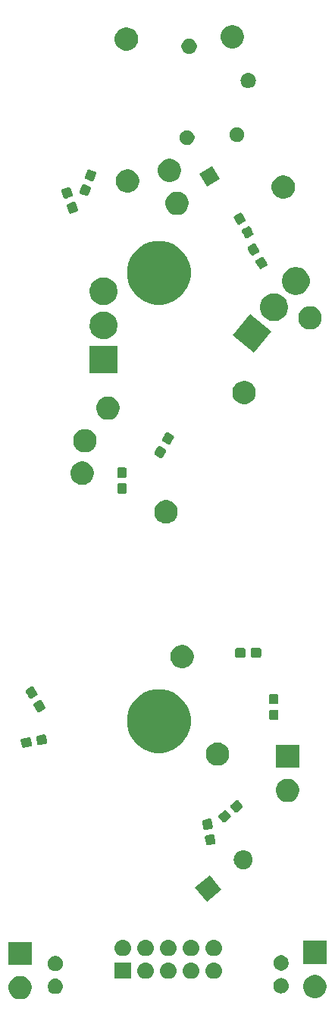
<source format=gbr>
G04 #@! TF.GenerationSoftware,KiCad,Pcbnew,(5.1.2-1)-1*
G04 #@! TF.CreationDate,2022-08-10T14:13:14-04:00*
G04 #@! TF.ProjectId,TR909 Snare Drum,54523930-3920-4536-9e61-726520447275,rev?*
G04 #@! TF.SameCoordinates,Original*
G04 #@! TF.FileFunction,Soldermask,Bot*
G04 #@! TF.FilePolarity,Negative*
%FSLAX46Y46*%
G04 Gerber Fmt 4.6, Leading zero omitted, Abs format (unit mm)*
G04 Created by KiCad (PCBNEW (5.1.2-1)-1) date 2022-08-10 14:13:14*
%MOMM*%
%LPD*%
G04 APERTURE LIST*
%ADD10C,0.100000*%
G04 APERTURE END LIST*
D10*
G36*
X25009393Y-123999304D02*
G01*
X25246101Y-124097352D01*
X25246103Y-124097353D01*
X25459135Y-124239696D01*
X25640304Y-124420865D01*
X25782647Y-124633897D01*
X25782648Y-124633899D01*
X25880696Y-124870607D01*
X25930680Y-125121893D01*
X25930680Y-125378107D01*
X25880696Y-125629393D01*
X25797185Y-125831005D01*
X25782647Y-125866103D01*
X25640304Y-126079135D01*
X25459135Y-126260304D01*
X25246103Y-126402647D01*
X25246102Y-126402648D01*
X25246101Y-126402648D01*
X25009393Y-126500696D01*
X24758107Y-126550680D01*
X24501893Y-126550680D01*
X24250607Y-126500696D01*
X24013899Y-126402648D01*
X24013898Y-126402648D01*
X24013897Y-126402647D01*
X23800865Y-126260304D01*
X23619696Y-126079135D01*
X23477353Y-125866103D01*
X23462815Y-125831005D01*
X23379304Y-125629393D01*
X23329320Y-125378107D01*
X23329320Y-125121893D01*
X23379304Y-124870607D01*
X23477352Y-124633899D01*
X23477353Y-124633897D01*
X23619696Y-124420865D01*
X23800865Y-124239696D01*
X24013897Y-124097353D01*
X24013899Y-124097352D01*
X24250607Y-123999304D01*
X24501893Y-123949320D01*
X24758107Y-123949320D01*
X25009393Y-123999304D01*
X25009393Y-123999304D01*
G37*
G36*
X57929393Y-123889304D02*
G01*
X58166101Y-123987352D01*
X58166103Y-123987353D01*
X58379135Y-124129696D01*
X58560304Y-124310865D01*
X58696930Y-124515341D01*
X58702648Y-124523899D01*
X58800696Y-124760607D01*
X58850680Y-125011893D01*
X58850680Y-125268107D01*
X58800696Y-125519393D01*
X58715672Y-125724659D01*
X58702647Y-125756103D01*
X58560304Y-125969135D01*
X58379135Y-126150304D01*
X58166103Y-126292647D01*
X58166102Y-126292648D01*
X58166101Y-126292648D01*
X57929393Y-126390696D01*
X57678107Y-126440680D01*
X57421893Y-126440680D01*
X57170607Y-126390696D01*
X56933899Y-126292648D01*
X56933898Y-126292648D01*
X56933897Y-126292647D01*
X56720865Y-126150304D01*
X56539696Y-125969135D01*
X56397353Y-125756103D01*
X56384328Y-125724659D01*
X56299304Y-125519393D01*
X56249320Y-125268107D01*
X56249320Y-125011893D01*
X56299304Y-124760607D01*
X56397352Y-124523899D01*
X56403070Y-124515341D01*
X56539696Y-124310865D01*
X56720865Y-124129696D01*
X56933897Y-123987353D01*
X56933899Y-123987352D01*
X57170607Y-123889304D01*
X57421893Y-123839320D01*
X57678107Y-123839320D01*
X57929393Y-123889304D01*
X57929393Y-123889304D01*
G37*
G36*
X28726823Y-124281313D02*
G01*
X28887242Y-124329976D01*
X29019906Y-124400886D01*
X29035078Y-124408996D01*
X29164659Y-124515341D01*
X29271004Y-124644922D01*
X29271005Y-124644924D01*
X29350024Y-124792758D01*
X29398687Y-124953177D01*
X29415117Y-125120000D01*
X29398687Y-125286823D01*
X29350024Y-125447242D01*
X29279114Y-125579906D01*
X29271004Y-125595078D01*
X29164659Y-125724659D01*
X29035078Y-125831004D01*
X29035076Y-125831005D01*
X28887242Y-125910024D01*
X28726823Y-125958687D01*
X28601804Y-125971000D01*
X28518196Y-125971000D01*
X28393177Y-125958687D01*
X28232758Y-125910024D01*
X28084924Y-125831005D01*
X28084922Y-125831004D01*
X27955341Y-125724659D01*
X27848996Y-125595078D01*
X27840886Y-125579906D01*
X27769976Y-125447242D01*
X27721313Y-125286823D01*
X27704883Y-125120000D01*
X27721313Y-124953177D01*
X27769976Y-124792758D01*
X27848995Y-124644924D01*
X27848996Y-124644922D01*
X27955341Y-124515341D01*
X28084922Y-124408996D01*
X28100094Y-124400886D01*
X28232758Y-124329976D01*
X28393177Y-124281313D01*
X28518196Y-124269000D01*
X28601804Y-124269000D01*
X28726823Y-124281313D01*
X28726823Y-124281313D01*
G37*
G36*
X53946823Y-124211313D02*
G01*
X54107242Y-124259976D01*
X54202450Y-124310866D01*
X54255078Y-124338996D01*
X54384659Y-124445341D01*
X54491004Y-124574922D01*
X54491005Y-124574924D01*
X54570024Y-124722758D01*
X54618687Y-124883177D01*
X54635117Y-125050000D01*
X54618687Y-125216823D01*
X54570024Y-125377242D01*
X54532610Y-125447239D01*
X54491004Y-125525078D01*
X54384659Y-125654659D01*
X54255078Y-125761004D01*
X54255076Y-125761005D01*
X54107242Y-125840024D01*
X53946823Y-125888687D01*
X53821804Y-125901000D01*
X53738196Y-125901000D01*
X53613177Y-125888687D01*
X53452758Y-125840024D01*
X53304924Y-125761005D01*
X53304922Y-125761004D01*
X53175341Y-125654659D01*
X53068996Y-125525078D01*
X53027390Y-125447239D01*
X52989976Y-125377242D01*
X52941313Y-125216823D01*
X52924883Y-125050000D01*
X52941313Y-124883177D01*
X52989976Y-124722758D01*
X53068995Y-124574924D01*
X53068996Y-124574922D01*
X53175341Y-124445341D01*
X53304922Y-124338996D01*
X53357550Y-124310866D01*
X53452758Y-124259976D01*
X53613177Y-124211313D01*
X53738196Y-124199000D01*
X53821804Y-124199000D01*
X53946823Y-124211313D01*
X53946823Y-124211313D01*
G37*
G36*
X46449294Y-122468633D02*
G01*
X46621695Y-122520931D01*
X46780583Y-122605858D01*
X46919849Y-122720151D01*
X47034142Y-122859417D01*
X47119069Y-123018305D01*
X47171367Y-123190706D01*
X47189025Y-123370000D01*
X47171367Y-123549294D01*
X47119069Y-123721695D01*
X47034142Y-123880583D01*
X46919849Y-124019849D01*
X46780583Y-124134142D01*
X46621695Y-124219069D01*
X46449294Y-124271367D01*
X46314931Y-124284600D01*
X46225069Y-124284600D01*
X46090706Y-124271367D01*
X45918305Y-124219069D01*
X45759417Y-124134142D01*
X45620151Y-124019849D01*
X45505858Y-123880583D01*
X45420931Y-123721695D01*
X45368633Y-123549294D01*
X45350975Y-123370000D01*
X45368633Y-123190706D01*
X45420931Y-123018305D01*
X45505858Y-122859417D01*
X45620151Y-122720151D01*
X45759417Y-122605858D01*
X45918305Y-122520931D01*
X46090706Y-122468633D01*
X46225069Y-122455400D01*
X46314931Y-122455400D01*
X46449294Y-122468633D01*
X46449294Y-122468633D01*
G37*
G36*
X43909294Y-122468633D02*
G01*
X44081695Y-122520931D01*
X44240583Y-122605858D01*
X44379849Y-122720151D01*
X44494142Y-122859417D01*
X44579069Y-123018305D01*
X44631367Y-123190706D01*
X44649025Y-123370000D01*
X44631367Y-123549294D01*
X44579069Y-123721695D01*
X44494142Y-123880583D01*
X44379849Y-124019849D01*
X44240583Y-124134142D01*
X44081695Y-124219069D01*
X43909294Y-124271367D01*
X43774931Y-124284600D01*
X43685069Y-124284600D01*
X43550706Y-124271367D01*
X43378305Y-124219069D01*
X43219417Y-124134142D01*
X43080151Y-124019849D01*
X42965858Y-123880583D01*
X42880931Y-123721695D01*
X42828633Y-123549294D01*
X42810975Y-123370000D01*
X42828633Y-123190706D01*
X42880931Y-123018305D01*
X42965858Y-122859417D01*
X43080151Y-122720151D01*
X43219417Y-122605858D01*
X43378305Y-122520931D01*
X43550706Y-122468633D01*
X43685069Y-122455400D01*
X43774931Y-122455400D01*
X43909294Y-122468633D01*
X43909294Y-122468633D01*
G37*
G36*
X41369294Y-122468633D02*
G01*
X41541695Y-122520931D01*
X41700583Y-122605858D01*
X41839849Y-122720151D01*
X41954142Y-122859417D01*
X42039069Y-123018305D01*
X42091367Y-123190706D01*
X42109025Y-123370000D01*
X42091367Y-123549294D01*
X42039069Y-123721695D01*
X41954142Y-123880583D01*
X41839849Y-124019849D01*
X41700583Y-124134142D01*
X41541695Y-124219069D01*
X41369294Y-124271367D01*
X41234931Y-124284600D01*
X41145069Y-124284600D01*
X41010706Y-124271367D01*
X40838305Y-124219069D01*
X40679417Y-124134142D01*
X40540151Y-124019849D01*
X40425858Y-123880583D01*
X40340931Y-123721695D01*
X40288633Y-123549294D01*
X40270975Y-123370000D01*
X40288633Y-123190706D01*
X40340931Y-123018305D01*
X40425858Y-122859417D01*
X40540151Y-122720151D01*
X40679417Y-122605858D01*
X40838305Y-122520931D01*
X41010706Y-122468633D01*
X41145069Y-122455400D01*
X41234931Y-122455400D01*
X41369294Y-122468633D01*
X41369294Y-122468633D01*
G37*
G36*
X38829294Y-122468633D02*
G01*
X39001695Y-122520931D01*
X39160583Y-122605858D01*
X39299849Y-122720151D01*
X39414142Y-122859417D01*
X39499069Y-123018305D01*
X39551367Y-123190706D01*
X39569025Y-123370000D01*
X39551367Y-123549294D01*
X39499069Y-123721695D01*
X39414142Y-123880583D01*
X39299849Y-124019849D01*
X39160583Y-124134142D01*
X39001695Y-124219069D01*
X38829294Y-124271367D01*
X38694931Y-124284600D01*
X38605069Y-124284600D01*
X38470706Y-124271367D01*
X38298305Y-124219069D01*
X38139417Y-124134142D01*
X38000151Y-124019849D01*
X37885858Y-123880583D01*
X37800931Y-123721695D01*
X37748633Y-123549294D01*
X37730975Y-123370000D01*
X37748633Y-123190706D01*
X37800931Y-123018305D01*
X37885858Y-122859417D01*
X38000151Y-122720151D01*
X38139417Y-122605858D01*
X38298305Y-122520931D01*
X38470706Y-122468633D01*
X38605069Y-122455400D01*
X38694931Y-122455400D01*
X38829294Y-122468633D01*
X38829294Y-122468633D01*
G37*
G36*
X37024600Y-124284600D02*
G01*
X35195400Y-124284600D01*
X35195400Y-122455400D01*
X37024600Y-122455400D01*
X37024600Y-124284600D01*
X37024600Y-124284600D01*
G37*
G36*
X28808228Y-121761703D02*
G01*
X28963100Y-121825853D01*
X29102481Y-121918985D01*
X29221015Y-122037519D01*
X29314147Y-122176900D01*
X29378297Y-122331772D01*
X29411000Y-122496184D01*
X29411000Y-122663816D01*
X29378297Y-122828228D01*
X29314147Y-122983100D01*
X29221015Y-123122481D01*
X29102481Y-123241015D01*
X28963100Y-123334147D01*
X28808228Y-123398297D01*
X28643816Y-123431000D01*
X28476184Y-123431000D01*
X28311772Y-123398297D01*
X28156900Y-123334147D01*
X28017519Y-123241015D01*
X27898985Y-123122481D01*
X27805853Y-122983100D01*
X27741703Y-122828228D01*
X27709000Y-122663816D01*
X27709000Y-122496184D01*
X27741703Y-122331772D01*
X27805853Y-122176900D01*
X27898985Y-122037519D01*
X28017519Y-121918985D01*
X28156900Y-121825853D01*
X28311772Y-121761703D01*
X28476184Y-121729000D01*
X28643816Y-121729000D01*
X28808228Y-121761703D01*
X28808228Y-121761703D01*
G37*
G36*
X54028228Y-121691703D02*
G01*
X54183100Y-121755853D01*
X54322481Y-121848985D01*
X54441015Y-121967519D01*
X54534147Y-122106900D01*
X54598297Y-122261772D01*
X54631000Y-122426184D01*
X54631000Y-122593816D01*
X54598297Y-122758228D01*
X54534147Y-122913100D01*
X54441015Y-123052481D01*
X54322481Y-123171015D01*
X54183100Y-123264147D01*
X54028228Y-123328297D01*
X53863816Y-123361000D01*
X53696184Y-123361000D01*
X53531772Y-123328297D01*
X53376900Y-123264147D01*
X53237519Y-123171015D01*
X53118985Y-123052481D01*
X53025853Y-122913100D01*
X52961703Y-122758228D01*
X52929000Y-122593816D01*
X52929000Y-122426184D01*
X52961703Y-122261772D01*
X53025853Y-122106900D01*
X53118985Y-121967519D01*
X53237519Y-121848985D01*
X53376900Y-121755853D01*
X53531772Y-121691703D01*
X53696184Y-121659000D01*
X53863816Y-121659000D01*
X54028228Y-121691703D01*
X54028228Y-121691703D01*
G37*
G36*
X25930680Y-122740680D02*
G01*
X23329320Y-122740680D01*
X23329320Y-120139320D01*
X25930680Y-120139320D01*
X25930680Y-122740680D01*
X25930680Y-122740680D01*
G37*
G36*
X58850680Y-122630680D02*
G01*
X56249320Y-122630680D01*
X56249320Y-120029320D01*
X58850680Y-120029320D01*
X58850680Y-122630680D01*
X58850680Y-122630680D01*
G37*
G36*
X46449294Y-119928633D02*
G01*
X46621695Y-119980931D01*
X46780583Y-120065858D01*
X46919849Y-120180151D01*
X47034142Y-120319417D01*
X47119069Y-120478305D01*
X47171367Y-120650706D01*
X47189025Y-120830000D01*
X47171367Y-121009294D01*
X47119069Y-121181695D01*
X47034142Y-121340583D01*
X46919849Y-121479849D01*
X46780583Y-121594142D01*
X46621695Y-121679069D01*
X46449294Y-121731367D01*
X46314931Y-121744600D01*
X46225069Y-121744600D01*
X46090706Y-121731367D01*
X45918305Y-121679069D01*
X45759417Y-121594142D01*
X45620151Y-121479849D01*
X45505858Y-121340583D01*
X45420931Y-121181695D01*
X45368633Y-121009294D01*
X45350975Y-120830000D01*
X45368633Y-120650706D01*
X45420931Y-120478305D01*
X45505858Y-120319417D01*
X45620151Y-120180151D01*
X45759417Y-120065858D01*
X45918305Y-119980931D01*
X46090706Y-119928633D01*
X46225069Y-119915400D01*
X46314931Y-119915400D01*
X46449294Y-119928633D01*
X46449294Y-119928633D01*
G37*
G36*
X36289294Y-119928633D02*
G01*
X36461695Y-119980931D01*
X36620583Y-120065858D01*
X36759849Y-120180151D01*
X36874142Y-120319417D01*
X36959069Y-120478305D01*
X37011367Y-120650706D01*
X37029025Y-120830000D01*
X37011367Y-121009294D01*
X36959069Y-121181695D01*
X36874142Y-121340583D01*
X36759849Y-121479849D01*
X36620583Y-121594142D01*
X36461695Y-121679069D01*
X36289294Y-121731367D01*
X36154931Y-121744600D01*
X36065069Y-121744600D01*
X35930706Y-121731367D01*
X35758305Y-121679069D01*
X35599417Y-121594142D01*
X35460151Y-121479849D01*
X35345858Y-121340583D01*
X35260931Y-121181695D01*
X35208633Y-121009294D01*
X35190975Y-120830000D01*
X35208633Y-120650706D01*
X35260931Y-120478305D01*
X35345858Y-120319417D01*
X35460151Y-120180151D01*
X35599417Y-120065858D01*
X35758305Y-119980931D01*
X35930706Y-119928633D01*
X36065069Y-119915400D01*
X36154931Y-119915400D01*
X36289294Y-119928633D01*
X36289294Y-119928633D01*
G37*
G36*
X38829294Y-119928633D02*
G01*
X39001695Y-119980931D01*
X39160583Y-120065858D01*
X39299849Y-120180151D01*
X39414142Y-120319417D01*
X39499069Y-120478305D01*
X39551367Y-120650706D01*
X39569025Y-120830000D01*
X39551367Y-121009294D01*
X39499069Y-121181695D01*
X39414142Y-121340583D01*
X39299849Y-121479849D01*
X39160583Y-121594142D01*
X39001695Y-121679069D01*
X38829294Y-121731367D01*
X38694931Y-121744600D01*
X38605069Y-121744600D01*
X38470706Y-121731367D01*
X38298305Y-121679069D01*
X38139417Y-121594142D01*
X38000151Y-121479849D01*
X37885858Y-121340583D01*
X37800931Y-121181695D01*
X37748633Y-121009294D01*
X37730975Y-120830000D01*
X37748633Y-120650706D01*
X37800931Y-120478305D01*
X37885858Y-120319417D01*
X38000151Y-120180151D01*
X38139417Y-120065858D01*
X38298305Y-119980931D01*
X38470706Y-119928633D01*
X38605069Y-119915400D01*
X38694931Y-119915400D01*
X38829294Y-119928633D01*
X38829294Y-119928633D01*
G37*
G36*
X41369294Y-119928633D02*
G01*
X41541695Y-119980931D01*
X41700583Y-120065858D01*
X41839849Y-120180151D01*
X41954142Y-120319417D01*
X42039069Y-120478305D01*
X42091367Y-120650706D01*
X42109025Y-120830000D01*
X42091367Y-121009294D01*
X42039069Y-121181695D01*
X41954142Y-121340583D01*
X41839849Y-121479849D01*
X41700583Y-121594142D01*
X41541695Y-121679069D01*
X41369294Y-121731367D01*
X41234931Y-121744600D01*
X41145069Y-121744600D01*
X41010706Y-121731367D01*
X40838305Y-121679069D01*
X40679417Y-121594142D01*
X40540151Y-121479849D01*
X40425858Y-121340583D01*
X40340931Y-121181695D01*
X40288633Y-121009294D01*
X40270975Y-120830000D01*
X40288633Y-120650706D01*
X40340931Y-120478305D01*
X40425858Y-120319417D01*
X40540151Y-120180151D01*
X40679417Y-120065858D01*
X40838305Y-119980931D01*
X41010706Y-119928633D01*
X41145069Y-119915400D01*
X41234931Y-119915400D01*
X41369294Y-119928633D01*
X41369294Y-119928633D01*
G37*
G36*
X43909294Y-119928633D02*
G01*
X44081695Y-119980931D01*
X44240583Y-120065858D01*
X44379849Y-120180151D01*
X44494142Y-120319417D01*
X44579069Y-120478305D01*
X44631367Y-120650706D01*
X44649025Y-120830000D01*
X44631367Y-121009294D01*
X44579069Y-121181695D01*
X44494142Y-121340583D01*
X44379849Y-121479849D01*
X44240583Y-121594142D01*
X44081695Y-121679069D01*
X43909294Y-121731367D01*
X43774931Y-121744600D01*
X43685069Y-121744600D01*
X43550706Y-121731367D01*
X43378305Y-121679069D01*
X43219417Y-121594142D01*
X43080151Y-121479849D01*
X42965858Y-121340583D01*
X42880931Y-121181695D01*
X42828633Y-121009294D01*
X42810975Y-120830000D01*
X42828633Y-120650706D01*
X42880931Y-120478305D01*
X42965858Y-120319417D01*
X43080151Y-120180151D01*
X43219417Y-120065858D01*
X43378305Y-119980931D01*
X43550706Y-119928633D01*
X43685069Y-119915400D01*
X43774931Y-119915400D01*
X43909294Y-119928633D01*
X43909294Y-119928633D01*
G37*
G36*
X47150682Y-114369543D02*
G01*
X45540457Y-115720682D01*
X44189318Y-114110457D01*
X45799543Y-112759318D01*
X47150682Y-114369543D01*
X47150682Y-114369543D01*
G37*
G36*
X49664603Y-109928708D02*
G01*
X49767538Y-109938846D01*
X49965652Y-109998944D01*
X49965655Y-109998945D01*
X50062481Y-110050700D01*
X50148235Y-110096536D01*
X50308271Y-110227874D01*
X50439609Y-110387910D01*
X50485445Y-110473664D01*
X50537200Y-110570490D01*
X50537201Y-110570493D01*
X50597299Y-110768607D01*
X50617591Y-110974639D01*
X50597299Y-111180671D01*
X50537201Y-111378785D01*
X50537200Y-111378788D01*
X50485445Y-111475614D01*
X50439609Y-111561368D01*
X50308271Y-111721404D01*
X50148235Y-111852742D01*
X50062481Y-111898578D01*
X49965655Y-111950333D01*
X49965652Y-111950334D01*
X49767538Y-112010432D01*
X49664603Y-112020570D01*
X49613137Y-112025639D01*
X49509875Y-112025639D01*
X49458409Y-112020570D01*
X49355474Y-112010432D01*
X49157360Y-111950334D01*
X49157357Y-111950333D01*
X49060531Y-111898578D01*
X48974777Y-111852742D01*
X48814741Y-111721404D01*
X48683403Y-111561368D01*
X48637567Y-111475614D01*
X48585812Y-111378788D01*
X48585811Y-111378785D01*
X48525713Y-111180671D01*
X48505421Y-110974639D01*
X48525713Y-110768607D01*
X48585811Y-110570493D01*
X48585812Y-110570490D01*
X48637567Y-110473664D01*
X48683403Y-110387910D01*
X48814741Y-110227874D01*
X48974777Y-110096536D01*
X49060531Y-110050700D01*
X49157357Y-109998945D01*
X49157360Y-109998944D01*
X49355474Y-109938846D01*
X49458409Y-109928708D01*
X49509875Y-109923639D01*
X49613137Y-109923639D01*
X49664603Y-109928708D01*
X49664603Y-109928708D01*
G37*
G36*
X46170556Y-108130232D02*
G01*
X46207803Y-108142424D01*
X46241946Y-108161643D01*
X46271689Y-108187158D01*
X46295882Y-108217986D01*
X46313596Y-108252938D01*
X46325813Y-108296622D01*
X46454089Y-109024114D01*
X46457550Y-109069342D01*
X46452859Y-109108244D01*
X46440667Y-109145491D01*
X46421448Y-109179634D01*
X46395932Y-109209378D01*
X46365105Y-109233571D01*
X46330155Y-109251283D01*
X46286469Y-109263501D01*
X45657458Y-109374412D01*
X45612230Y-109377873D01*
X45573328Y-109373182D01*
X45536081Y-109360990D01*
X45501938Y-109341771D01*
X45472195Y-109316256D01*
X45448002Y-109285428D01*
X45430288Y-109250476D01*
X45418071Y-109206792D01*
X45289795Y-108479300D01*
X45286334Y-108434072D01*
X45291025Y-108395170D01*
X45303217Y-108357923D01*
X45322436Y-108323780D01*
X45347952Y-108294036D01*
X45378779Y-108269843D01*
X45413729Y-108252131D01*
X45457415Y-108239913D01*
X46086426Y-108129002D01*
X46131654Y-108125541D01*
X46170556Y-108130232D01*
X46170556Y-108130232D01*
G37*
G36*
X45866672Y-106406818D02*
G01*
X45903919Y-106419010D01*
X45938062Y-106438229D01*
X45967805Y-106463744D01*
X45991998Y-106494572D01*
X46009712Y-106529524D01*
X46021929Y-106573208D01*
X46150205Y-107300700D01*
X46153666Y-107345928D01*
X46148975Y-107384830D01*
X46136783Y-107422077D01*
X46117564Y-107456220D01*
X46092048Y-107485964D01*
X46061221Y-107510157D01*
X46026271Y-107527869D01*
X45982585Y-107540087D01*
X45353574Y-107650998D01*
X45308346Y-107654459D01*
X45269444Y-107649768D01*
X45232197Y-107637576D01*
X45198054Y-107618357D01*
X45168311Y-107592842D01*
X45144118Y-107562014D01*
X45126404Y-107527062D01*
X45114187Y-107483378D01*
X44985911Y-106755886D01*
X44982450Y-106710658D01*
X44987141Y-106671756D01*
X44999333Y-106634509D01*
X45018552Y-106600366D01*
X45044068Y-106570622D01*
X45074895Y-106546429D01*
X45109845Y-106528717D01*
X45153531Y-106516499D01*
X45782542Y-106405588D01*
X45827770Y-106402127D01*
X45866672Y-106406818D01*
X45866672Y-106406818D01*
G37*
G36*
X47614071Y-105469816D02*
G01*
X47650434Y-105484416D01*
X47683253Y-105505830D01*
X47715671Y-105537549D01*
X47751895Y-105580719D01*
X47751900Y-105580724D01*
X48090006Y-105983663D01*
X48090009Y-105983667D01*
X48126231Y-106026835D01*
X48151844Y-106064277D01*
X48167231Y-106100308D01*
X48175294Y-106138655D01*
X48175722Y-106177844D01*
X48168497Y-106216358D01*
X48153897Y-106252722D01*
X48132484Y-106285538D01*
X48100763Y-106317959D01*
X47534874Y-106792796D01*
X47497435Y-106818407D01*
X47461397Y-106833797D01*
X47423054Y-106841859D01*
X47383865Y-106842287D01*
X47345351Y-106835062D01*
X47308988Y-106820462D01*
X47276169Y-106799048D01*
X47243751Y-106767329D01*
X47207527Y-106724159D01*
X47207522Y-106724154D01*
X46869416Y-106321215D01*
X46869413Y-106321211D01*
X46833191Y-106278043D01*
X46807578Y-106240601D01*
X46792191Y-106204570D01*
X46784128Y-106166223D01*
X46783700Y-106127034D01*
X46790925Y-106088520D01*
X46805525Y-106052156D01*
X46826938Y-106019340D01*
X46858659Y-105986919D01*
X47424548Y-105512082D01*
X47461987Y-105486471D01*
X47498025Y-105471081D01*
X47536368Y-105463019D01*
X47575557Y-105462591D01*
X47614071Y-105469816D01*
X47614071Y-105469816D01*
G37*
G36*
X48954649Y-104344938D02*
G01*
X48991012Y-104359538D01*
X49023831Y-104380952D01*
X49056249Y-104412671D01*
X49092473Y-104455841D01*
X49092478Y-104455846D01*
X49430584Y-104858785D01*
X49430587Y-104858789D01*
X49466809Y-104901957D01*
X49492422Y-104939399D01*
X49507809Y-104975430D01*
X49515872Y-105013777D01*
X49516300Y-105052966D01*
X49509075Y-105091480D01*
X49494475Y-105127844D01*
X49473062Y-105160660D01*
X49441341Y-105193081D01*
X48875452Y-105667918D01*
X48838013Y-105693529D01*
X48801975Y-105708919D01*
X48763632Y-105716981D01*
X48724443Y-105717409D01*
X48685929Y-105710184D01*
X48649566Y-105695584D01*
X48616747Y-105674170D01*
X48584329Y-105642451D01*
X48548105Y-105599281D01*
X48548100Y-105599276D01*
X48209994Y-105196337D01*
X48209991Y-105196333D01*
X48173769Y-105153165D01*
X48148156Y-105115723D01*
X48132769Y-105079692D01*
X48124706Y-105041345D01*
X48124278Y-105002156D01*
X48131503Y-104963642D01*
X48146103Y-104927278D01*
X48167516Y-104894462D01*
X48199237Y-104862041D01*
X48765126Y-104387204D01*
X48802565Y-104361593D01*
X48838603Y-104346203D01*
X48876946Y-104338141D01*
X48916135Y-104337713D01*
X48954649Y-104344938D01*
X48954649Y-104344938D01*
G37*
G36*
X54889393Y-101989304D02*
G01*
X55126101Y-102087352D01*
X55126103Y-102087353D01*
X55339135Y-102229696D01*
X55520304Y-102410865D01*
X55662647Y-102623897D01*
X55662648Y-102623899D01*
X55760696Y-102860607D01*
X55810680Y-103111893D01*
X55810680Y-103368107D01*
X55760696Y-103619393D01*
X55662648Y-103856101D01*
X55662647Y-103856103D01*
X55520304Y-104069135D01*
X55339135Y-104250304D01*
X55126103Y-104392647D01*
X55126102Y-104392648D01*
X55126101Y-104392648D01*
X54889393Y-104490696D01*
X54638107Y-104540680D01*
X54381893Y-104540680D01*
X54130607Y-104490696D01*
X53893899Y-104392648D01*
X53893898Y-104392648D01*
X53893897Y-104392647D01*
X53680865Y-104250304D01*
X53499696Y-104069135D01*
X53357353Y-103856103D01*
X53357352Y-103856101D01*
X53259304Y-103619393D01*
X53209320Y-103368107D01*
X53209320Y-103111893D01*
X53259304Y-102860607D01*
X53357352Y-102623899D01*
X53357353Y-102623897D01*
X53499696Y-102410865D01*
X53680865Y-102229696D01*
X53893897Y-102087353D01*
X53893899Y-102087352D01*
X54130607Y-101989304D01*
X54381893Y-101939320D01*
X54638107Y-101939320D01*
X54889393Y-101989304D01*
X54889393Y-101989304D01*
G37*
G36*
X55810680Y-100730680D02*
G01*
X53209320Y-100730680D01*
X53209320Y-98129320D01*
X55810680Y-98129320D01*
X55810680Y-100730680D01*
X55810680Y-100730680D01*
G37*
G36*
X47063840Y-97940221D02*
G01*
X47207550Y-97999748D01*
X47300550Y-98038270D01*
X47513582Y-98180613D01*
X47694751Y-98361782D01*
X47837094Y-98574814D01*
X47837095Y-98574816D01*
X47935143Y-98811524D01*
X47985127Y-99062810D01*
X47985127Y-99319024D01*
X47935143Y-99570310D01*
X47837095Y-99807018D01*
X47837094Y-99807020D01*
X47694751Y-100020052D01*
X47513582Y-100201221D01*
X47300550Y-100343564D01*
X47300549Y-100343565D01*
X47300548Y-100343565D01*
X47063840Y-100441613D01*
X46812554Y-100491597D01*
X46556340Y-100491597D01*
X46305054Y-100441613D01*
X46068346Y-100343565D01*
X46068345Y-100343565D01*
X46068344Y-100343564D01*
X45855312Y-100201221D01*
X45674143Y-100020052D01*
X45531800Y-99807020D01*
X45531799Y-99807018D01*
X45433751Y-99570310D01*
X45383767Y-99319024D01*
X45383767Y-99062810D01*
X45433751Y-98811524D01*
X45531799Y-98574816D01*
X45531800Y-98574814D01*
X45674143Y-98361782D01*
X45855312Y-98180613D01*
X46068344Y-98038270D01*
X46161344Y-97999748D01*
X46305054Y-97940221D01*
X46556340Y-97890237D01*
X46812554Y-97890237D01*
X47063840Y-97940221D01*
X47063840Y-97940221D01*
G37*
G36*
X41167787Y-92089462D02*
G01*
X41330145Y-92156713D01*
X41814029Y-92357144D01*
X42395631Y-92745758D01*
X42890242Y-93240369D01*
X43278856Y-93821971D01*
X43375548Y-94055407D01*
X43546538Y-94468213D01*
X43683000Y-95154256D01*
X43683000Y-95853744D01*
X43546538Y-96539787D01*
X43546537Y-96539789D01*
X43278856Y-97186029D01*
X42890242Y-97767631D01*
X42395631Y-98262242D01*
X41814029Y-98650856D01*
X41357068Y-98840135D01*
X41167787Y-98918538D01*
X40481744Y-99055000D01*
X39782256Y-99055000D01*
X39096213Y-98918538D01*
X38906932Y-98840135D01*
X38449971Y-98650856D01*
X37868369Y-98262242D01*
X37373758Y-97767631D01*
X36985144Y-97186029D01*
X36717463Y-96539789D01*
X36717462Y-96539787D01*
X36581000Y-95853744D01*
X36581000Y-95154256D01*
X36717462Y-94468213D01*
X36888452Y-94055407D01*
X36985144Y-93821971D01*
X37373758Y-93240369D01*
X37868369Y-92745758D01*
X38449971Y-92357144D01*
X38933855Y-92156713D01*
X39096213Y-92089462D01*
X39782256Y-91953000D01*
X40481744Y-91953000D01*
X41167787Y-92089462D01*
X41167787Y-92089462D01*
G37*
G36*
X25673123Y-97322968D02*
G01*
X25710370Y-97335160D01*
X25744513Y-97354379D01*
X25774257Y-97379895D01*
X25798450Y-97410722D01*
X25816162Y-97445672D01*
X25828380Y-97489358D01*
X25939291Y-98118369D01*
X25942752Y-98163597D01*
X25938061Y-98202499D01*
X25925869Y-98239746D01*
X25906650Y-98273889D01*
X25881135Y-98303632D01*
X25850307Y-98327825D01*
X25815355Y-98345539D01*
X25771671Y-98357756D01*
X25044179Y-98486032D01*
X24998951Y-98489493D01*
X24960049Y-98484802D01*
X24922802Y-98472610D01*
X24888659Y-98453391D01*
X24858915Y-98427875D01*
X24834722Y-98397048D01*
X24817010Y-98362098D01*
X24804792Y-98318412D01*
X24693881Y-97689401D01*
X24690420Y-97644173D01*
X24695111Y-97605271D01*
X24707303Y-97568024D01*
X24726522Y-97533881D01*
X24752037Y-97504138D01*
X24782865Y-97479945D01*
X24817817Y-97462231D01*
X24861501Y-97450014D01*
X25588993Y-97321738D01*
X25634221Y-97318277D01*
X25673123Y-97322968D01*
X25673123Y-97322968D01*
G37*
G36*
X27396537Y-97019084D02*
G01*
X27433784Y-97031276D01*
X27467927Y-97050495D01*
X27497671Y-97076011D01*
X27521864Y-97106838D01*
X27539576Y-97141788D01*
X27551794Y-97185474D01*
X27662705Y-97814485D01*
X27666166Y-97859713D01*
X27661475Y-97898615D01*
X27649283Y-97935862D01*
X27630064Y-97970005D01*
X27604549Y-97999748D01*
X27573721Y-98023941D01*
X27538769Y-98041655D01*
X27495085Y-98053872D01*
X26767593Y-98182148D01*
X26722365Y-98185609D01*
X26683463Y-98180918D01*
X26646216Y-98168726D01*
X26612073Y-98149507D01*
X26582329Y-98123991D01*
X26558136Y-98093164D01*
X26540424Y-98058214D01*
X26528206Y-98014528D01*
X26417295Y-97385517D01*
X26413834Y-97340289D01*
X26418525Y-97301387D01*
X26430717Y-97264140D01*
X26449936Y-97229997D01*
X26475451Y-97200254D01*
X26506279Y-97176061D01*
X26541231Y-97158347D01*
X26584915Y-97146130D01*
X27312407Y-97017854D01*
X27357635Y-97014393D01*
X27396537Y-97019084D01*
X27396537Y-97019084D01*
G37*
G36*
X53324499Y-94233445D02*
G01*
X53361995Y-94244820D01*
X53396554Y-94263292D01*
X53426847Y-94288153D01*
X53451708Y-94318446D01*
X53470180Y-94353005D01*
X53481555Y-94390501D01*
X53486000Y-94435638D01*
X53486000Y-95174362D01*
X53481555Y-95219499D01*
X53470180Y-95256995D01*
X53451708Y-95291554D01*
X53426847Y-95321847D01*
X53396554Y-95346708D01*
X53361995Y-95365180D01*
X53324499Y-95376555D01*
X53279362Y-95381000D01*
X52640638Y-95381000D01*
X52595501Y-95376555D01*
X52558005Y-95365180D01*
X52523446Y-95346708D01*
X52493153Y-95321847D01*
X52468292Y-95291554D01*
X52449820Y-95256995D01*
X52438445Y-95219499D01*
X52434000Y-95174362D01*
X52434000Y-94435638D01*
X52438445Y-94390501D01*
X52449820Y-94353005D01*
X52468292Y-94318446D01*
X52493153Y-94288153D01*
X52523446Y-94263292D01*
X52558005Y-94244820D01*
X52595501Y-94233445D01*
X52640638Y-94229000D01*
X53279362Y-94229000D01*
X53324499Y-94233445D01*
X53324499Y-94233445D01*
G37*
G36*
X26933375Y-93166744D02*
G01*
X26970053Y-93180549D01*
X27003329Y-93201241D01*
X27031931Y-93228030D01*
X27058353Y-93264901D01*
X27200133Y-93510472D01*
X27379977Y-93821971D01*
X27427707Y-93904643D01*
X27446428Y-93945960D01*
X27455326Y-93984124D01*
X27456608Y-94023287D01*
X27450224Y-94061954D01*
X27436421Y-94098629D01*
X27415731Y-94131901D01*
X27388942Y-94160503D01*
X27352069Y-94186926D01*
X26798927Y-94506283D01*
X26757614Y-94525002D01*
X26719450Y-94533900D01*
X26680283Y-94535182D01*
X26641625Y-94528800D01*
X26604947Y-94514995D01*
X26571671Y-94494303D01*
X26543069Y-94467514D01*
X26516647Y-94430643D01*
X26281461Y-94023287D01*
X26175470Y-93839706D01*
X26175468Y-93839702D01*
X26147293Y-93790901D01*
X26128572Y-93749584D01*
X26119674Y-93711420D01*
X26118392Y-93672257D01*
X26124776Y-93633590D01*
X26138579Y-93596915D01*
X26159269Y-93563643D01*
X26186058Y-93535041D01*
X26222931Y-93508618D01*
X26776073Y-93189261D01*
X26817386Y-93170542D01*
X26855550Y-93161644D01*
X26894717Y-93160362D01*
X26933375Y-93166744D01*
X26933375Y-93166744D01*
G37*
G36*
X53324499Y-92483445D02*
G01*
X53361995Y-92494820D01*
X53396554Y-92513292D01*
X53426847Y-92538153D01*
X53451708Y-92568446D01*
X53470180Y-92603005D01*
X53481555Y-92640501D01*
X53486000Y-92685638D01*
X53486000Y-93424362D01*
X53481555Y-93469499D01*
X53470180Y-93506995D01*
X53451708Y-93541554D01*
X53426847Y-93571847D01*
X53396554Y-93596708D01*
X53361995Y-93615180D01*
X53324499Y-93626555D01*
X53279362Y-93631000D01*
X52640638Y-93631000D01*
X52595501Y-93626555D01*
X52558005Y-93615180D01*
X52523446Y-93596708D01*
X52493153Y-93571847D01*
X52468292Y-93541554D01*
X52449820Y-93506995D01*
X52438445Y-93469499D01*
X52434000Y-93424362D01*
X52434000Y-92685638D01*
X52438445Y-92640501D01*
X52449820Y-92603005D01*
X52468292Y-92568446D01*
X52493153Y-92538153D01*
X52523446Y-92513292D01*
X52558005Y-92494820D01*
X52595501Y-92483445D01*
X52640638Y-92479000D01*
X53279362Y-92479000D01*
X53324499Y-92483445D01*
X53324499Y-92483445D01*
G37*
G36*
X26058375Y-91651200D02*
G01*
X26095053Y-91665005D01*
X26128329Y-91685697D01*
X26156931Y-91712486D01*
X26183353Y-91749357D01*
X26325133Y-91994928D01*
X26487039Y-92275357D01*
X26552707Y-92389099D01*
X26571428Y-92430416D01*
X26580326Y-92468580D01*
X26581608Y-92507743D01*
X26575224Y-92546410D01*
X26561421Y-92583085D01*
X26540731Y-92616357D01*
X26513942Y-92644959D01*
X26477069Y-92671382D01*
X25923927Y-92990739D01*
X25882614Y-93009458D01*
X25844450Y-93018356D01*
X25805283Y-93019638D01*
X25766625Y-93013256D01*
X25729947Y-92999451D01*
X25696671Y-92978759D01*
X25668069Y-92951970D01*
X25641647Y-92915099D01*
X25401424Y-92499020D01*
X25300470Y-92324162D01*
X25300468Y-92324158D01*
X25272293Y-92275357D01*
X25253572Y-92234040D01*
X25244674Y-92195876D01*
X25243392Y-92156713D01*
X25249776Y-92118046D01*
X25263579Y-92081371D01*
X25284269Y-92048099D01*
X25311058Y-92019497D01*
X25347931Y-91993074D01*
X25901073Y-91673717D01*
X25942386Y-91654998D01*
X25980550Y-91646100D01*
X26019717Y-91644818D01*
X26058375Y-91651200D01*
X26058375Y-91651200D01*
G37*
G36*
X43103579Y-87063157D02*
G01*
X43340287Y-87161205D01*
X43340289Y-87161206D01*
X43553321Y-87303549D01*
X43734490Y-87484718D01*
X43876833Y-87697750D01*
X43876834Y-87697752D01*
X43974882Y-87934460D01*
X44024866Y-88185746D01*
X44024866Y-88441960D01*
X43974882Y-88693246D01*
X43876834Y-88929954D01*
X43876833Y-88929956D01*
X43734490Y-89142988D01*
X43553321Y-89324157D01*
X43340289Y-89466500D01*
X43340288Y-89466501D01*
X43340287Y-89466501D01*
X43103579Y-89564549D01*
X42852293Y-89614533D01*
X42596079Y-89614533D01*
X42344793Y-89564549D01*
X42108085Y-89466501D01*
X42108084Y-89466501D01*
X42108083Y-89466500D01*
X41895051Y-89324157D01*
X41713882Y-89142988D01*
X41571539Y-88929956D01*
X41571538Y-88929954D01*
X41473490Y-88693246D01*
X41423506Y-88441960D01*
X41423506Y-88185746D01*
X41473490Y-87934460D01*
X41571538Y-87697752D01*
X41571539Y-87697750D01*
X41713882Y-87484718D01*
X41895051Y-87303549D01*
X42108083Y-87161206D01*
X42108085Y-87161205D01*
X42344793Y-87063157D01*
X42596079Y-87013173D01*
X42852293Y-87013173D01*
X43103579Y-87063157D01*
X43103579Y-87063157D01*
G37*
G36*
X49649499Y-87358445D02*
G01*
X49686995Y-87369820D01*
X49721554Y-87388292D01*
X49751847Y-87413153D01*
X49776708Y-87443446D01*
X49795180Y-87478005D01*
X49806555Y-87515501D01*
X49811000Y-87560638D01*
X49811000Y-88199362D01*
X49806555Y-88244499D01*
X49795180Y-88281995D01*
X49776708Y-88316554D01*
X49751847Y-88346847D01*
X49721554Y-88371708D01*
X49686995Y-88390180D01*
X49649499Y-88401555D01*
X49604362Y-88406000D01*
X48865638Y-88406000D01*
X48820501Y-88401555D01*
X48783005Y-88390180D01*
X48748446Y-88371708D01*
X48718153Y-88346847D01*
X48693292Y-88316554D01*
X48674820Y-88281995D01*
X48663445Y-88244499D01*
X48659000Y-88199362D01*
X48659000Y-87560638D01*
X48663445Y-87515501D01*
X48674820Y-87478005D01*
X48693292Y-87443446D01*
X48718153Y-87413153D01*
X48748446Y-87388292D01*
X48783005Y-87369820D01*
X48820501Y-87358445D01*
X48865638Y-87354000D01*
X49604362Y-87354000D01*
X49649499Y-87358445D01*
X49649499Y-87358445D01*
G37*
G36*
X51399499Y-87358445D02*
G01*
X51436995Y-87369820D01*
X51471554Y-87388292D01*
X51501847Y-87413153D01*
X51526708Y-87443446D01*
X51545180Y-87478005D01*
X51556555Y-87515501D01*
X51561000Y-87560638D01*
X51561000Y-88199362D01*
X51556555Y-88244499D01*
X51545180Y-88281995D01*
X51526708Y-88316554D01*
X51501847Y-88346847D01*
X51471554Y-88371708D01*
X51436995Y-88390180D01*
X51399499Y-88401555D01*
X51354362Y-88406000D01*
X50615638Y-88406000D01*
X50570501Y-88401555D01*
X50533005Y-88390180D01*
X50498446Y-88371708D01*
X50468153Y-88346847D01*
X50443292Y-88316554D01*
X50424820Y-88281995D01*
X50413445Y-88244499D01*
X50409000Y-88199362D01*
X50409000Y-87560638D01*
X50413445Y-87515501D01*
X50424820Y-87478005D01*
X50443292Y-87443446D01*
X50468153Y-87413153D01*
X50498446Y-87388292D01*
X50533005Y-87369820D01*
X50570501Y-87358445D01*
X50615638Y-87354000D01*
X51354362Y-87354000D01*
X51399499Y-87358445D01*
X51399499Y-87358445D01*
G37*
G36*
X41309393Y-70909304D02*
G01*
X41546101Y-71007352D01*
X41546103Y-71007353D01*
X41759135Y-71149696D01*
X41940304Y-71330865D01*
X42082647Y-71543897D01*
X42082648Y-71543899D01*
X42180696Y-71780607D01*
X42230680Y-72031893D01*
X42230680Y-72288107D01*
X42180696Y-72539393D01*
X42082648Y-72776101D01*
X42082647Y-72776103D01*
X41940304Y-72989135D01*
X41759135Y-73170304D01*
X41546103Y-73312647D01*
X41546102Y-73312648D01*
X41546101Y-73312648D01*
X41309393Y-73410696D01*
X41058107Y-73460680D01*
X40801893Y-73460680D01*
X40550607Y-73410696D01*
X40313899Y-73312648D01*
X40313898Y-73312648D01*
X40313897Y-73312647D01*
X40100865Y-73170304D01*
X39919696Y-72989135D01*
X39777353Y-72776103D01*
X39777352Y-72776101D01*
X39679304Y-72539393D01*
X39629320Y-72288107D01*
X39629320Y-72031893D01*
X39679304Y-71780607D01*
X39777352Y-71543899D01*
X39777353Y-71543897D01*
X39919696Y-71330865D01*
X40100865Y-71149696D01*
X40313897Y-71007353D01*
X40313899Y-71007352D01*
X40550607Y-70909304D01*
X40801893Y-70859320D01*
X41058107Y-70859320D01*
X41309393Y-70909304D01*
X41309393Y-70909304D01*
G37*
G36*
X36364499Y-68963445D02*
G01*
X36401995Y-68974820D01*
X36436554Y-68993292D01*
X36466847Y-69018153D01*
X36491708Y-69048446D01*
X36510180Y-69083005D01*
X36521555Y-69120501D01*
X36526000Y-69165638D01*
X36526000Y-69904362D01*
X36521555Y-69949499D01*
X36510180Y-69986995D01*
X36491708Y-70021554D01*
X36466847Y-70051847D01*
X36436554Y-70076708D01*
X36401995Y-70095180D01*
X36364499Y-70106555D01*
X36319362Y-70111000D01*
X35680638Y-70111000D01*
X35635501Y-70106555D01*
X35598005Y-70095180D01*
X35563446Y-70076708D01*
X35533153Y-70051847D01*
X35508292Y-70021554D01*
X35489820Y-69986995D01*
X35478445Y-69949499D01*
X35474000Y-69904362D01*
X35474000Y-69165638D01*
X35478445Y-69120501D01*
X35489820Y-69083005D01*
X35508292Y-69048446D01*
X35533153Y-69018153D01*
X35563446Y-68993292D01*
X35598005Y-68974820D01*
X35635501Y-68963445D01*
X35680638Y-68959000D01*
X36319362Y-68959000D01*
X36364499Y-68963445D01*
X36364499Y-68963445D01*
G37*
G36*
X31939393Y-66589304D02*
G01*
X32176101Y-66687352D01*
X32176103Y-66687353D01*
X32389135Y-66829696D01*
X32570304Y-67010865D01*
X32702693Y-67209000D01*
X32712648Y-67223899D01*
X32810696Y-67460607D01*
X32860680Y-67711893D01*
X32860680Y-67968107D01*
X32810696Y-68219393D01*
X32758593Y-68345180D01*
X32712647Y-68456103D01*
X32570304Y-68669135D01*
X32389135Y-68850304D01*
X32176103Y-68992647D01*
X32176102Y-68992648D01*
X32176101Y-68992648D01*
X31939393Y-69090696D01*
X31688107Y-69140680D01*
X31431893Y-69140680D01*
X31180607Y-69090696D01*
X30943899Y-68992648D01*
X30943898Y-68992648D01*
X30943897Y-68992647D01*
X30730865Y-68850304D01*
X30549696Y-68669135D01*
X30407353Y-68456103D01*
X30361407Y-68345180D01*
X30309304Y-68219393D01*
X30259320Y-67968107D01*
X30259320Y-67711893D01*
X30309304Y-67460607D01*
X30407352Y-67223899D01*
X30417307Y-67209000D01*
X30549696Y-67010865D01*
X30730865Y-66829696D01*
X30943897Y-66687353D01*
X30943899Y-66687352D01*
X31180607Y-66589304D01*
X31431893Y-66539320D01*
X31688107Y-66539320D01*
X31939393Y-66589304D01*
X31939393Y-66589304D01*
G37*
G36*
X36364499Y-67213445D02*
G01*
X36401995Y-67224820D01*
X36436554Y-67243292D01*
X36466847Y-67268153D01*
X36491708Y-67298446D01*
X36510180Y-67333005D01*
X36521555Y-67370501D01*
X36526000Y-67415638D01*
X36526000Y-68154362D01*
X36521555Y-68199499D01*
X36510180Y-68236995D01*
X36491708Y-68271554D01*
X36466847Y-68301847D01*
X36436554Y-68326708D01*
X36401995Y-68345180D01*
X36364499Y-68356555D01*
X36319362Y-68361000D01*
X35680638Y-68361000D01*
X35635501Y-68356555D01*
X35598005Y-68345180D01*
X35563446Y-68326708D01*
X35533153Y-68301847D01*
X35508292Y-68271554D01*
X35489820Y-68236995D01*
X35478445Y-68199499D01*
X35474000Y-68154362D01*
X35474000Y-67415638D01*
X35478445Y-67370501D01*
X35489820Y-67333005D01*
X35508292Y-67298446D01*
X35533153Y-67268153D01*
X35563446Y-67243292D01*
X35598005Y-67224820D01*
X35635501Y-67213445D01*
X35680638Y-67209000D01*
X36319362Y-67209000D01*
X36364499Y-67213445D01*
X36364499Y-67213445D01*
G37*
G36*
X40214450Y-64791644D02*
G01*
X40252614Y-64800542D01*
X40293927Y-64819261D01*
X40847074Y-65138621D01*
X40883940Y-65165039D01*
X40910729Y-65193641D01*
X40931421Y-65226917D01*
X40945226Y-65263595D01*
X40951608Y-65302253D01*
X40950326Y-65341420D01*
X40941428Y-65379584D01*
X40922707Y-65420901D01*
X40894532Y-65469702D01*
X40894530Y-65469706D01*
X40833184Y-65575960D01*
X40553352Y-66060645D01*
X40526932Y-66097513D01*
X40498327Y-66124305D01*
X40465055Y-66144995D01*
X40428380Y-66158798D01*
X40389713Y-66165182D01*
X40350550Y-66163900D01*
X40312386Y-66155002D01*
X40271073Y-66136283D01*
X39717926Y-65816923D01*
X39681060Y-65790505D01*
X39654271Y-65761903D01*
X39633579Y-65728627D01*
X39619774Y-65691949D01*
X39613392Y-65653291D01*
X39614674Y-65614124D01*
X39623572Y-65575960D01*
X39642293Y-65534643D01*
X39684987Y-65460695D01*
X39870936Y-65138621D01*
X40011648Y-64894899D01*
X40038068Y-64858031D01*
X40066673Y-64831239D01*
X40099945Y-64810549D01*
X40136620Y-64796746D01*
X40175287Y-64790362D01*
X40214450Y-64791644D01*
X40214450Y-64791644D01*
G37*
G36*
X32249393Y-62959304D02*
G01*
X32486101Y-63057352D01*
X32486103Y-63057353D01*
X32699135Y-63199696D01*
X32880304Y-63380865D01*
X33022647Y-63593897D01*
X33022648Y-63593899D01*
X33120696Y-63830607D01*
X33170680Y-64081893D01*
X33170680Y-64338107D01*
X33120696Y-64589393D01*
X33025481Y-64819261D01*
X33022647Y-64826103D01*
X32880304Y-65039135D01*
X32699135Y-65220304D01*
X32486103Y-65362647D01*
X32486102Y-65362648D01*
X32486101Y-65362648D01*
X32249393Y-65460696D01*
X31998107Y-65510680D01*
X31741893Y-65510680D01*
X31490607Y-65460696D01*
X31253899Y-65362648D01*
X31253898Y-65362648D01*
X31253897Y-65362647D01*
X31040865Y-65220304D01*
X30859696Y-65039135D01*
X30717353Y-64826103D01*
X30714519Y-64819261D01*
X30619304Y-64589393D01*
X30569320Y-64338107D01*
X30569320Y-64081893D01*
X30619304Y-63830607D01*
X30717352Y-63593899D01*
X30717353Y-63593897D01*
X30859696Y-63380865D01*
X31040865Y-63199696D01*
X31253897Y-63057353D01*
X31253899Y-63057352D01*
X31490607Y-62959304D01*
X31741893Y-62909320D01*
X31998107Y-62909320D01*
X32249393Y-62959304D01*
X32249393Y-62959304D01*
G37*
G36*
X41089450Y-63276100D02*
G01*
X41127614Y-63284998D01*
X41168927Y-63303717D01*
X41722074Y-63623077D01*
X41758940Y-63649495D01*
X41785729Y-63678097D01*
X41806421Y-63711373D01*
X41820226Y-63748051D01*
X41826608Y-63786709D01*
X41825326Y-63825876D01*
X41816428Y-63864040D01*
X41797707Y-63905357D01*
X41769532Y-63954158D01*
X41769530Y-63954162D01*
X41708184Y-64060416D01*
X41428352Y-64545101D01*
X41401932Y-64581969D01*
X41373327Y-64608761D01*
X41340055Y-64629451D01*
X41303380Y-64643254D01*
X41264713Y-64649638D01*
X41225550Y-64648356D01*
X41187386Y-64639458D01*
X41146073Y-64620739D01*
X40592926Y-64301379D01*
X40556060Y-64274961D01*
X40529271Y-64246359D01*
X40508579Y-64213083D01*
X40494774Y-64176405D01*
X40488392Y-64137747D01*
X40489674Y-64098580D01*
X40498572Y-64060416D01*
X40517293Y-64019099D01*
X40581898Y-63907200D01*
X40745936Y-63623077D01*
X40886648Y-63379355D01*
X40913068Y-63342487D01*
X40941673Y-63315695D01*
X40974945Y-63295005D01*
X41011620Y-63281202D01*
X41050287Y-63274818D01*
X41089450Y-63276100D01*
X41089450Y-63276100D01*
G37*
G36*
X34819393Y-59319304D02*
G01*
X35056101Y-59417352D01*
X35056103Y-59417353D01*
X35269135Y-59559696D01*
X35450304Y-59740865D01*
X35510065Y-59830304D01*
X35592648Y-59953899D01*
X35690696Y-60190607D01*
X35740680Y-60441893D01*
X35740680Y-60698107D01*
X35690696Y-60949393D01*
X35592648Y-61186101D01*
X35592647Y-61186103D01*
X35450304Y-61399135D01*
X35269135Y-61580304D01*
X35056103Y-61722647D01*
X35056102Y-61722648D01*
X35056101Y-61722648D01*
X34819393Y-61820696D01*
X34568107Y-61870680D01*
X34311893Y-61870680D01*
X34060607Y-61820696D01*
X33823899Y-61722648D01*
X33823898Y-61722648D01*
X33823897Y-61722647D01*
X33610865Y-61580304D01*
X33429696Y-61399135D01*
X33287353Y-61186103D01*
X33287352Y-61186101D01*
X33189304Y-60949393D01*
X33139320Y-60698107D01*
X33139320Y-60441893D01*
X33189304Y-60190607D01*
X33287352Y-59953899D01*
X33369935Y-59830304D01*
X33429696Y-59740865D01*
X33610865Y-59559696D01*
X33823897Y-59417353D01*
X33823899Y-59417352D01*
X34060607Y-59319304D01*
X34311893Y-59269320D01*
X34568107Y-59269320D01*
X34819393Y-59319304D01*
X34819393Y-59319304D01*
G37*
G36*
X50039393Y-57569304D02*
G01*
X50276101Y-57667352D01*
X50276103Y-57667353D01*
X50489135Y-57809696D01*
X50670304Y-57990865D01*
X50812647Y-58203897D01*
X50812648Y-58203899D01*
X50910696Y-58440607D01*
X50960680Y-58691893D01*
X50960680Y-58948107D01*
X50910696Y-59199393D01*
X50812648Y-59436101D01*
X50812647Y-59436103D01*
X50670304Y-59649135D01*
X50489135Y-59830304D01*
X50276103Y-59972647D01*
X50276102Y-59972648D01*
X50276101Y-59972648D01*
X50039393Y-60070696D01*
X49788107Y-60120680D01*
X49531893Y-60120680D01*
X49280607Y-60070696D01*
X49043899Y-59972648D01*
X49043898Y-59972648D01*
X49043897Y-59972647D01*
X48830865Y-59830304D01*
X48649696Y-59649135D01*
X48507353Y-59436103D01*
X48507352Y-59436101D01*
X48409304Y-59199393D01*
X48359320Y-58948107D01*
X48359320Y-58691893D01*
X48409304Y-58440607D01*
X48507352Y-58203899D01*
X48507353Y-58203897D01*
X48649696Y-57990865D01*
X48830865Y-57809696D01*
X49043897Y-57667353D01*
X49043899Y-57667352D01*
X49280607Y-57569304D01*
X49531893Y-57519320D01*
X49788107Y-57519320D01*
X50039393Y-57569304D01*
X50039393Y-57569304D01*
G37*
G36*
X35510870Y-56690870D02*
G01*
X32409130Y-56690870D01*
X32409130Y-53589130D01*
X35510870Y-53589130D01*
X35510870Y-56690870D01*
X35510870Y-56690870D01*
G37*
G36*
X52716370Y-52040589D02*
G01*
X50722610Y-54416659D01*
X48346540Y-52422899D01*
X50340300Y-50046829D01*
X52716370Y-52040589D01*
X52716370Y-52040589D01*
G37*
G36*
X34312497Y-49818863D02*
G01*
X34412372Y-49838729D01*
X34529279Y-49887154D01*
X34694611Y-49955636D01*
X34948621Y-50125360D01*
X35164640Y-50341379D01*
X35334364Y-50595389D01*
X35451271Y-50877629D01*
X35498319Y-51114152D01*
X35510870Y-51177253D01*
X35510870Y-51482747D01*
X35451271Y-51782372D01*
X35402846Y-51899279D01*
X35334364Y-52064611D01*
X35164640Y-52318621D01*
X34948621Y-52534640D01*
X34694611Y-52704364D01*
X34529279Y-52772846D01*
X34412372Y-52821271D01*
X34312497Y-52841137D01*
X34112749Y-52880870D01*
X33807251Y-52880870D01*
X33607503Y-52841137D01*
X33507628Y-52821271D01*
X33390721Y-52772846D01*
X33225389Y-52704364D01*
X32971379Y-52534640D01*
X32755360Y-52318621D01*
X32585636Y-52064611D01*
X32517154Y-51899279D01*
X32468729Y-51782372D01*
X32409130Y-51482747D01*
X32409130Y-51177253D01*
X32421682Y-51114152D01*
X32468729Y-50877629D01*
X32585636Y-50595389D01*
X32755360Y-50341379D01*
X32971379Y-50125360D01*
X33225389Y-49955636D01*
X33390721Y-49887154D01*
X33507628Y-49838729D01*
X33607503Y-49818863D01*
X33807251Y-49779130D01*
X34112749Y-49779130D01*
X34312497Y-49818863D01*
X34312497Y-49818863D01*
G37*
G36*
X57399183Y-49247353D02*
G01*
X57635891Y-49345401D01*
X57635893Y-49345402D01*
X57848925Y-49487745D01*
X58030094Y-49668914D01*
X58143560Y-49838729D01*
X58172438Y-49881948D01*
X58270486Y-50118656D01*
X58320470Y-50369942D01*
X58320470Y-50626156D01*
X58270486Y-50877442D01*
X58172438Y-51114150D01*
X58172437Y-51114152D01*
X58030094Y-51327184D01*
X57848925Y-51508353D01*
X57635893Y-51650696D01*
X57635892Y-51650697D01*
X57635891Y-51650697D01*
X57399183Y-51748745D01*
X57147897Y-51798729D01*
X56891683Y-51798729D01*
X56640397Y-51748745D01*
X56403689Y-51650697D01*
X56403688Y-51650697D01*
X56403687Y-51650696D01*
X56190655Y-51508353D01*
X56009486Y-51327184D01*
X55867143Y-51114152D01*
X55867142Y-51114150D01*
X55769094Y-50877442D01*
X55719110Y-50626156D01*
X55719110Y-50369942D01*
X55769094Y-50118656D01*
X55867142Y-49881948D01*
X55896020Y-49838729D01*
X56009486Y-49668914D01*
X56190655Y-49487745D01*
X56403687Y-49345402D01*
X56403689Y-49345401D01*
X56640397Y-49247353D01*
X56891683Y-49197369D01*
X57147897Y-49197369D01*
X57399183Y-49247353D01*
X57399183Y-49247353D01*
G37*
G36*
X53332973Y-47801978D02*
G01*
X53432848Y-47821844D01*
X53549755Y-47870269D01*
X53715087Y-47938751D01*
X53969097Y-48108475D01*
X54185116Y-48324494D01*
X54354840Y-48578504D01*
X54369069Y-48612856D01*
X54471747Y-48860743D01*
X54491613Y-48960618D01*
X54531346Y-49160366D01*
X54531346Y-49465864D01*
X54471747Y-49765486D01*
X54354840Y-50047726D01*
X54185116Y-50301736D01*
X53969097Y-50517755D01*
X53715087Y-50687479D01*
X53549755Y-50755961D01*
X53432848Y-50804386D01*
X53332973Y-50824252D01*
X53133225Y-50863985D01*
X52827727Y-50863985D01*
X52627979Y-50824252D01*
X52528104Y-50804386D01*
X52411197Y-50755961D01*
X52245865Y-50687479D01*
X51991855Y-50517755D01*
X51775836Y-50301736D01*
X51606112Y-50047726D01*
X51489205Y-49765486D01*
X51429606Y-49465864D01*
X51429606Y-49160366D01*
X51469339Y-48960618D01*
X51489205Y-48860743D01*
X51591883Y-48612856D01*
X51606112Y-48578504D01*
X51775836Y-48324494D01*
X51991855Y-48108475D01*
X52245865Y-47938751D01*
X52411197Y-47870269D01*
X52528104Y-47821844D01*
X52627979Y-47801978D01*
X52827727Y-47762245D01*
X53133225Y-47762245D01*
X53332973Y-47801978D01*
X53332973Y-47801978D01*
G37*
G36*
X34312497Y-46008863D02*
G01*
X34412372Y-46028729D01*
X34529279Y-46077154D01*
X34694611Y-46145636D01*
X34948621Y-46315360D01*
X35164640Y-46531379D01*
X35334364Y-46785389D01*
X35402846Y-46950721D01*
X35451271Y-47067628D01*
X35467264Y-47148029D01*
X35510870Y-47367251D01*
X35510870Y-47672749D01*
X35491754Y-47768849D01*
X35457959Y-47938751D01*
X35451271Y-47972371D01*
X35334364Y-48254611D01*
X35164640Y-48508621D01*
X34948621Y-48724640D01*
X34694611Y-48894364D01*
X34529279Y-48962846D01*
X34412372Y-49011271D01*
X34383570Y-49017000D01*
X34112749Y-49070870D01*
X33807251Y-49070870D01*
X33536430Y-49017000D01*
X33507628Y-49011271D01*
X33390721Y-48962846D01*
X33225389Y-48894364D01*
X32971379Y-48724640D01*
X32755360Y-48508621D01*
X32585636Y-48254611D01*
X32468729Y-47972371D01*
X32462042Y-47938751D01*
X32428246Y-47768849D01*
X32409130Y-47672749D01*
X32409130Y-47367251D01*
X32452736Y-47148029D01*
X32468729Y-47067628D01*
X32517154Y-46950721D01*
X32585636Y-46785389D01*
X32755360Y-46531379D01*
X32971379Y-46315360D01*
X33225389Y-46145636D01*
X33390721Y-46077154D01*
X33507628Y-46028729D01*
X33607503Y-46008863D01*
X33807251Y-45969130D01*
X34112749Y-45969130D01*
X34312497Y-46008863D01*
X34312497Y-46008863D01*
G37*
G36*
X41167787Y-42051462D02*
G01*
X41167790Y-42051463D01*
X41167789Y-42051463D01*
X41814029Y-42319144D01*
X42395631Y-42707758D01*
X42890242Y-43202369D01*
X43278856Y-43783971D01*
X43380192Y-44028618D01*
X43546538Y-44430213D01*
X43683000Y-45116256D01*
X43683000Y-45815744D01*
X43546538Y-46501787D01*
X43527714Y-46547232D01*
X43278856Y-47148029D01*
X42890242Y-47729631D01*
X42395631Y-48224242D01*
X41814029Y-48612856D01*
X41544158Y-48724640D01*
X41167787Y-48880538D01*
X40481744Y-49017000D01*
X39782256Y-49017000D01*
X39096213Y-48880538D01*
X38719842Y-48724640D01*
X38449971Y-48612856D01*
X37868369Y-48224242D01*
X37373758Y-47729631D01*
X36985144Y-47148029D01*
X36736286Y-46547232D01*
X36717462Y-46501787D01*
X36581000Y-45815744D01*
X36581000Y-45116256D01*
X36717462Y-44430213D01*
X36883808Y-44028618D01*
X36985144Y-43783971D01*
X37373758Y-43202369D01*
X37868369Y-42707758D01*
X38449971Y-42319144D01*
X39096211Y-42051463D01*
X39096210Y-42051463D01*
X39096213Y-42051462D01*
X39782256Y-41915000D01*
X40481744Y-41915000D01*
X41167787Y-42051462D01*
X41167787Y-42051462D01*
G37*
G36*
X55781994Y-44883348D02*
G01*
X55881869Y-44903214D01*
X55996372Y-44950643D01*
X56164108Y-45020121D01*
X56418118Y-45189845D01*
X56634137Y-45405864D01*
X56803861Y-45659874D01*
X56920768Y-45942114D01*
X56980367Y-46241736D01*
X56980367Y-46547234D01*
X56920768Y-46846856D01*
X56803861Y-47129096D01*
X56634137Y-47383106D01*
X56418118Y-47599125D01*
X56164108Y-47768849D01*
X56036166Y-47821844D01*
X55881869Y-47885756D01*
X55781994Y-47905622D01*
X55582246Y-47945355D01*
X55276748Y-47945355D01*
X55077000Y-47905622D01*
X54977125Y-47885756D01*
X54822828Y-47821844D01*
X54694886Y-47768849D01*
X54440876Y-47599125D01*
X54224857Y-47383106D01*
X54055133Y-47129096D01*
X53938226Y-46846856D01*
X53878627Y-46547234D01*
X53878627Y-46241736D01*
X53938226Y-45942114D01*
X54055133Y-45659874D01*
X54224857Y-45405864D01*
X54440876Y-45189845D01*
X54694886Y-45020121D01*
X54862622Y-44950643D01*
X54977125Y-44903214D01*
X55077000Y-44883348D01*
X55276748Y-44843615D01*
X55582246Y-44843615D01*
X55781994Y-44883348D01*
X55781994Y-44883348D01*
G37*
G36*
X51723375Y-43686744D02*
G01*
X51760053Y-43700549D01*
X51793329Y-43721241D01*
X51821931Y-43748030D01*
X51848353Y-43784901D01*
X51990133Y-44030472D01*
X52152039Y-44310901D01*
X52217707Y-44424643D01*
X52236428Y-44465960D01*
X52245326Y-44504124D01*
X52246608Y-44543287D01*
X52240224Y-44581954D01*
X52226421Y-44618629D01*
X52205731Y-44651901D01*
X52178942Y-44680503D01*
X52142069Y-44706926D01*
X51588927Y-45026283D01*
X51547614Y-45045002D01*
X51509450Y-45053900D01*
X51470283Y-45055182D01*
X51431625Y-45048800D01*
X51394947Y-45034995D01*
X51361671Y-45014303D01*
X51333069Y-44987514D01*
X51306647Y-44950643D01*
X51071461Y-44543287D01*
X50965470Y-44359706D01*
X50965468Y-44359702D01*
X50937293Y-44310901D01*
X50918572Y-44269584D01*
X50909674Y-44231420D01*
X50908392Y-44192257D01*
X50914776Y-44153590D01*
X50928579Y-44116915D01*
X50949269Y-44083643D01*
X50976058Y-44055041D01*
X51012931Y-44028618D01*
X51566073Y-43709261D01*
X51607386Y-43690542D01*
X51645550Y-43681644D01*
X51684717Y-43680362D01*
X51723375Y-43686744D01*
X51723375Y-43686744D01*
G37*
G36*
X50848375Y-42171200D02*
G01*
X50885053Y-42185005D01*
X50918329Y-42205697D01*
X50946931Y-42232486D01*
X50973353Y-42269357D01*
X51115133Y-42514928D01*
X51277039Y-42795357D01*
X51342707Y-42909099D01*
X51361428Y-42950416D01*
X51370326Y-42988580D01*
X51371608Y-43027743D01*
X51365224Y-43066410D01*
X51351421Y-43103085D01*
X51330731Y-43136357D01*
X51303942Y-43164959D01*
X51267069Y-43191382D01*
X50713927Y-43510739D01*
X50672614Y-43529458D01*
X50634450Y-43538356D01*
X50595283Y-43539638D01*
X50556625Y-43533256D01*
X50519947Y-43519451D01*
X50486671Y-43498759D01*
X50458069Y-43471970D01*
X50431647Y-43435099D01*
X50196461Y-43027743D01*
X50090470Y-42844162D01*
X50090468Y-42844158D01*
X50062293Y-42795357D01*
X50043572Y-42754040D01*
X50034674Y-42715876D01*
X50033392Y-42676713D01*
X50039776Y-42638046D01*
X50053579Y-42601371D01*
X50074269Y-42568099D01*
X50101058Y-42539497D01*
X50137931Y-42513074D01*
X50691073Y-42193717D01*
X50732386Y-42174998D01*
X50770550Y-42166100D01*
X50809717Y-42164818D01*
X50848375Y-42171200D01*
X50848375Y-42171200D01*
G37*
G36*
X50193375Y-40276744D02*
G01*
X50230053Y-40290549D01*
X50263329Y-40311241D01*
X50291931Y-40338030D01*
X50318353Y-40374901D01*
X50460133Y-40620472D01*
X50622039Y-40900901D01*
X50687707Y-41014643D01*
X50706428Y-41055960D01*
X50715326Y-41094124D01*
X50716608Y-41133287D01*
X50710224Y-41171954D01*
X50696421Y-41208629D01*
X50675731Y-41241901D01*
X50648942Y-41270503D01*
X50612069Y-41296926D01*
X50058927Y-41616283D01*
X50017614Y-41635002D01*
X49979450Y-41643900D01*
X49940283Y-41645182D01*
X49901625Y-41638800D01*
X49864947Y-41624995D01*
X49831671Y-41604303D01*
X49803069Y-41577514D01*
X49776647Y-41540643D01*
X49541461Y-41133287D01*
X49435470Y-40949706D01*
X49435468Y-40949702D01*
X49407293Y-40900901D01*
X49388572Y-40859584D01*
X49379674Y-40821420D01*
X49378392Y-40782257D01*
X49384776Y-40743590D01*
X49398579Y-40706915D01*
X49419269Y-40673643D01*
X49446058Y-40645041D01*
X49482931Y-40618618D01*
X50036073Y-40299261D01*
X50077386Y-40280542D01*
X50115550Y-40271644D01*
X50154717Y-40270362D01*
X50193375Y-40276744D01*
X50193375Y-40276744D01*
G37*
G36*
X49318375Y-38761200D02*
G01*
X49355053Y-38775005D01*
X49388329Y-38795697D01*
X49416931Y-38822486D01*
X49443353Y-38859357D01*
X49585133Y-39104928D01*
X49747039Y-39385357D01*
X49812707Y-39499099D01*
X49831428Y-39540416D01*
X49840326Y-39578580D01*
X49841608Y-39617743D01*
X49835224Y-39656410D01*
X49821421Y-39693085D01*
X49800731Y-39726357D01*
X49773942Y-39754959D01*
X49737069Y-39781382D01*
X49183927Y-40100739D01*
X49142614Y-40119458D01*
X49104450Y-40128356D01*
X49065283Y-40129638D01*
X49026625Y-40123256D01*
X48989947Y-40109451D01*
X48956671Y-40088759D01*
X48928069Y-40061970D01*
X48901647Y-40025099D01*
X48666461Y-39617743D01*
X48560470Y-39434162D01*
X48560468Y-39434158D01*
X48532293Y-39385357D01*
X48513572Y-39344040D01*
X48504674Y-39305876D01*
X48503392Y-39266713D01*
X48509776Y-39228046D01*
X48523579Y-39191371D01*
X48544269Y-39158099D01*
X48571058Y-39129497D01*
X48607931Y-39103074D01*
X49161073Y-38783717D01*
X49202386Y-38764998D01*
X49240550Y-38756100D01*
X49279717Y-38754818D01*
X49318375Y-38761200D01*
X49318375Y-38761200D01*
G37*
G36*
X42549393Y-36459304D02*
G01*
X42786101Y-36557352D01*
X42786103Y-36557353D01*
X42999135Y-36699696D01*
X43180304Y-36880865D01*
X43322647Y-37093897D01*
X43322648Y-37093899D01*
X43420696Y-37330607D01*
X43470680Y-37581893D01*
X43470680Y-37838107D01*
X43420696Y-38089393D01*
X43326645Y-38316452D01*
X43322647Y-38326103D01*
X43180304Y-38539135D01*
X42999135Y-38720304D01*
X42786103Y-38862647D01*
X42786102Y-38862648D01*
X42786101Y-38862648D01*
X42549393Y-38960696D01*
X42298107Y-39010680D01*
X42041893Y-39010680D01*
X41790607Y-38960696D01*
X41553899Y-38862648D01*
X41553898Y-38862648D01*
X41553897Y-38862647D01*
X41340865Y-38720304D01*
X41159696Y-38539135D01*
X41017353Y-38326103D01*
X41013355Y-38316452D01*
X40919304Y-38089393D01*
X40869320Y-37838107D01*
X40869320Y-37581893D01*
X40919304Y-37330607D01*
X41017352Y-37093899D01*
X41017353Y-37093897D01*
X41159696Y-36880865D01*
X41340865Y-36699696D01*
X41553897Y-36557353D01*
X41553899Y-36557352D01*
X41790607Y-36459304D01*
X42041893Y-36409320D01*
X42298107Y-36409320D01*
X42549393Y-36459304D01*
X42549393Y-36459304D01*
G37*
G36*
X30694219Y-37543882D02*
G01*
X30731191Y-37556884D01*
X30764909Y-37576844D01*
X30794085Y-37602999D01*
X30817603Y-37634351D01*
X30837216Y-37675239D01*
X31089878Y-38369419D01*
X31101136Y-38413347D01*
X31103272Y-38452478D01*
X31097734Y-38491267D01*
X31084732Y-38528239D01*
X31064772Y-38561957D01*
X31038615Y-38591136D01*
X31007269Y-38614650D01*
X30966373Y-38634266D01*
X30449243Y-38822486D01*
X30435143Y-38827618D01*
X30366167Y-38852723D01*
X30322236Y-38863982D01*
X30283107Y-38866118D01*
X30244317Y-38860580D01*
X30207345Y-38847578D01*
X30173627Y-38827618D01*
X30144451Y-38801463D01*
X30120933Y-38770111D01*
X30101320Y-38729223D01*
X29848658Y-38035043D01*
X29837400Y-37991115D01*
X29835264Y-37951984D01*
X29840802Y-37913195D01*
X29853804Y-37876223D01*
X29873764Y-37842505D01*
X29899921Y-37813326D01*
X29931267Y-37789812D01*
X29972163Y-37770196D01*
X30495280Y-37579797D01*
X30519403Y-37571017D01*
X30572369Y-37551739D01*
X30616300Y-37540480D01*
X30655429Y-37538344D01*
X30694219Y-37543882D01*
X30694219Y-37543882D01*
G37*
G36*
X30095683Y-35899420D02*
G01*
X30132655Y-35912422D01*
X30166373Y-35932382D01*
X30195549Y-35958537D01*
X30219067Y-35989889D01*
X30238680Y-36030777D01*
X30491342Y-36724957D01*
X30502600Y-36768885D01*
X30504736Y-36808016D01*
X30499198Y-36846805D01*
X30486196Y-36883777D01*
X30466236Y-36917495D01*
X30440079Y-36946674D01*
X30408733Y-36970188D01*
X30367837Y-36989804D01*
X29898315Y-37160696D01*
X29836607Y-37183156D01*
X29767631Y-37208261D01*
X29723700Y-37219520D01*
X29684571Y-37221656D01*
X29645781Y-37216118D01*
X29608809Y-37203116D01*
X29575091Y-37183156D01*
X29545915Y-37157001D01*
X29522397Y-37125649D01*
X29502784Y-37084761D01*
X29250122Y-36390581D01*
X29238864Y-36346653D01*
X29236728Y-36307522D01*
X29242266Y-36268733D01*
X29255268Y-36231761D01*
X29275228Y-36198043D01*
X29301385Y-36168864D01*
X29332731Y-36145350D01*
X29373627Y-36125734D01*
X29896744Y-35935335D01*
X29920867Y-35926555D01*
X29973833Y-35907277D01*
X30017764Y-35896018D01*
X30056893Y-35893882D01*
X30095683Y-35899420D01*
X30095683Y-35899420D01*
G37*
G36*
X54419393Y-34659304D02*
G01*
X54656101Y-34757352D01*
X54656103Y-34757353D01*
X54869135Y-34899696D01*
X55050304Y-35080865D01*
X55162154Y-35248261D01*
X55192648Y-35293899D01*
X55290696Y-35530607D01*
X55340680Y-35781893D01*
X55340680Y-36038107D01*
X55290696Y-36289393D01*
X55220908Y-36457875D01*
X55192647Y-36526103D01*
X55050304Y-36739135D01*
X54869135Y-36920304D01*
X54656103Y-37062647D01*
X54656102Y-37062648D01*
X54656101Y-37062648D01*
X54419393Y-37160696D01*
X54168107Y-37210680D01*
X53911893Y-37210680D01*
X53660607Y-37160696D01*
X53423899Y-37062648D01*
X53423898Y-37062648D01*
X53423897Y-37062647D01*
X53210865Y-36920304D01*
X53029696Y-36739135D01*
X52887353Y-36526103D01*
X52859092Y-36457875D01*
X52789304Y-36289393D01*
X52739320Y-36038107D01*
X52739320Y-35781893D01*
X52789304Y-35530607D01*
X52887352Y-35293899D01*
X52917846Y-35248261D01*
X53029696Y-35080865D01*
X53210865Y-34899696D01*
X53423897Y-34757353D01*
X53423899Y-34757352D01*
X53660607Y-34659304D01*
X53911893Y-34609320D01*
X54168107Y-34609320D01*
X54419393Y-34659304D01*
X54419393Y-34659304D01*
G37*
G36*
X31753700Y-35580480D02*
G01*
X31797631Y-35591739D01*
X31850596Y-35611017D01*
X31850597Y-35611017D01*
X31874720Y-35619797D01*
X32397836Y-35810196D01*
X32438731Y-35829811D01*
X32470081Y-35853328D01*
X32496236Y-35882504D01*
X32516196Y-35916222D01*
X32529198Y-35953194D01*
X32534736Y-35991984D01*
X32532600Y-36031115D01*
X32521342Y-36075043D01*
X32345795Y-36557352D01*
X32293986Y-36699696D01*
X32268681Y-36769219D01*
X32249065Y-36810114D01*
X32225551Y-36841461D01*
X32196372Y-36867618D01*
X32162654Y-36887578D01*
X32125682Y-36900580D01*
X32086893Y-36906118D01*
X32047764Y-36903982D01*
X32003833Y-36892723D01*
X31934858Y-36867618D01*
X31771103Y-36808016D01*
X31403628Y-36674266D01*
X31362733Y-36654651D01*
X31331383Y-36631134D01*
X31305228Y-36601958D01*
X31285268Y-36568240D01*
X31272266Y-36531268D01*
X31266728Y-36492478D01*
X31268864Y-36453347D01*
X31280122Y-36409419D01*
X31482524Y-35853328D01*
X31513506Y-35768205D01*
X31513507Y-35768203D01*
X31532783Y-35715243D01*
X31552399Y-35674348D01*
X31575913Y-35643001D01*
X31605092Y-35616844D01*
X31638810Y-35596884D01*
X31675782Y-35583882D01*
X31714571Y-35578344D01*
X31753700Y-35580480D01*
X31753700Y-35580480D01*
G37*
G36*
X37009393Y-33979304D02*
G01*
X37246101Y-34077352D01*
X37246103Y-34077353D01*
X37459135Y-34219696D01*
X37640304Y-34400865D01*
X37782647Y-34613897D01*
X37782648Y-34613899D01*
X37880696Y-34850607D01*
X37930680Y-35101893D01*
X37930680Y-35358107D01*
X37880696Y-35609393D01*
X37783454Y-35844155D01*
X37782647Y-35846103D01*
X37640304Y-36059135D01*
X37459135Y-36240304D01*
X37246103Y-36382647D01*
X37246102Y-36382648D01*
X37246101Y-36382648D01*
X37009393Y-36480696D01*
X36758107Y-36530680D01*
X36501893Y-36530680D01*
X36250607Y-36480696D01*
X36013899Y-36382648D01*
X36013898Y-36382648D01*
X36013897Y-36382647D01*
X35800865Y-36240304D01*
X35619696Y-36059135D01*
X35477353Y-35846103D01*
X35476546Y-35844155D01*
X35379304Y-35609393D01*
X35329320Y-35358107D01*
X35329320Y-35101893D01*
X35379304Y-34850607D01*
X35477352Y-34613899D01*
X35477353Y-34613897D01*
X35619696Y-34400865D01*
X35800865Y-34219696D01*
X36013897Y-34077353D01*
X36013899Y-34077352D01*
X36250607Y-33979304D01*
X36501893Y-33929320D01*
X36758107Y-33929320D01*
X37009393Y-33979304D01*
X37009393Y-33979304D01*
G37*
G36*
X46908338Y-35002337D02*
G01*
X45477663Y-35828338D01*
X44651662Y-34397663D01*
X46082337Y-33571662D01*
X46908338Y-35002337D01*
X46908338Y-35002337D01*
G37*
G36*
X41699393Y-32789304D02*
G01*
X41936101Y-32887352D01*
X41936103Y-32887353D01*
X42149135Y-33029696D01*
X42330304Y-33210865D01*
X42472647Y-33423897D01*
X42472648Y-33423899D01*
X42570696Y-33660607D01*
X42620680Y-33911893D01*
X42620680Y-34168107D01*
X42570696Y-34419393D01*
X42472648Y-34656101D01*
X42472647Y-34656103D01*
X42330304Y-34869135D01*
X42149135Y-35050304D01*
X41936103Y-35192647D01*
X41936102Y-35192648D01*
X41936101Y-35192648D01*
X41699393Y-35290696D01*
X41448107Y-35340680D01*
X41191893Y-35340680D01*
X40940607Y-35290696D01*
X40703899Y-35192648D01*
X40703898Y-35192648D01*
X40703897Y-35192647D01*
X40490865Y-35050304D01*
X40309696Y-34869135D01*
X40167353Y-34656103D01*
X40167352Y-34656101D01*
X40069304Y-34419393D01*
X40019320Y-34168107D01*
X40019320Y-33911893D01*
X40069304Y-33660607D01*
X40167352Y-33423899D01*
X40167353Y-33423897D01*
X40309696Y-33210865D01*
X40490865Y-33029696D01*
X40703897Y-32887353D01*
X40703899Y-32887352D01*
X40940607Y-32789304D01*
X41191893Y-32739320D01*
X41448107Y-32739320D01*
X41699393Y-32789304D01*
X41699393Y-32789304D01*
G37*
G36*
X32352236Y-33936018D02*
G01*
X32396167Y-33947277D01*
X32449132Y-33966555D01*
X32449133Y-33966555D01*
X32473256Y-33975335D01*
X32996372Y-34165734D01*
X33037267Y-34185349D01*
X33068617Y-34208866D01*
X33094772Y-34238042D01*
X33114732Y-34271760D01*
X33127734Y-34308732D01*
X33133272Y-34347522D01*
X33131136Y-34386653D01*
X33119878Y-34430581D01*
X32949133Y-34899696D01*
X32894762Y-35049080D01*
X32867217Y-35124757D01*
X32847601Y-35165652D01*
X32824087Y-35196999D01*
X32794908Y-35223156D01*
X32761190Y-35243116D01*
X32724218Y-35256118D01*
X32685429Y-35261656D01*
X32646300Y-35259520D01*
X32602369Y-35248261D01*
X32533394Y-35223156D01*
X32375403Y-35165652D01*
X32002164Y-35029804D01*
X31961269Y-35010189D01*
X31929919Y-34986672D01*
X31903764Y-34957496D01*
X31883804Y-34923778D01*
X31870802Y-34886806D01*
X31865264Y-34848016D01*
X31867400Y-34808885D01*
X31878658Y-34764957D01*
X32096759Y-34165734D01*
X32112042Y-34123743D01*
X32112043Y-34123741D01*
X32131319Y-34070781D01*
X32150935Y-34029886D01*
X32174449Y-33998539D01*
X32203628Y-33972382D01*
X32237346Y-33952422D01*
X32274318Y-33939420D01*
X32313107Y-33933882D01*
X32352236Y-33936018D01*
X32352236Y-33936018D01*
G37*
G36*
X43520935Y-29575615D02*
G01*
X43671258Y-29637881D01*
X43806545Y-29728277D01*
X43921596Y-29843328D01*
X44011992Y-29978615D01*
X44074258Y-30128938D01*
X44106000Y-30288519D01*
X44106000Y-30451227D01*
X44074258Y-30610808D01*
X44011992Y-30761131D01*
X43921596Y-30896418D01*
X43806545Y-31011469D01*
X43671258Y-31101865D01*
X43520935Y-31164131D01*
X43361354Y-31195873D01*
X43198646Y-31195873D01*
X43039065Y-31164131D01*
X42888742Y-31101865D01*
X42753455Y-31011469D01*
X42638404Y-30896418D01*
X42548008Y-30761131D01*
X42485742Y-30610808D01*
X42454000Y-30451227D01*
X42454000Y-30288519D01*
X42485742Y-30128938D01*
X42548008Y-29978615D01*
X42638404Y-29843328D01*
X42753455Y-29728277D01*
X42888742Y-29637881D01*
X43039065Y-29575615D01*
X43198646Y-29543873D01*
X43361354Y-29543873D01*
X43520935Y-29575615D01*
X43520935Y-29575615D01*
G37*
G36*
X49101062Y-29240678D02*
G01*
X49251385Y-29302944D01*
X49386672Y-29393340D01*
X49501723Y-29508391D01*
X49592119Y-29643678D01*
X49654385Y-29794001D01*
X49686127Y-29953582D01*
X49686127Y-30116290D01*
X49654385Y-30275871D01*
X49592119Y-30426194D01*
X49501723Y-30561481D01*
X49386672Y-30676532D01*
X49251385Y-30766928D01*
X49101062Y-30829194D01*
X48941481Y-30860936D01*
X48778773Y-30860936D01*
X48619192Y-30829194D01*
X48468869Y-30766928D01*
X48333582Y-30676532D01*
X48218531Y-30561481D01*
X48128135Y-30426194D01*
X48065869Y-30275871D01*
X48034127Y-30116290D01*
X48034127Y-29953582D01*
X48065869Y-29794001D01*
X48128135Y-29643678D01*
X48218531Y-29508391D01*
X48333582Y-29393340D01*
X48468869Y-29302944D01*
X48619192Y-29240678D01*
X48778773Y-29208936D01*
X48941481Y-29208936D01*
X49101062Y-29240678D01*
X49101062Y-29240678D01*
G37*
G36*
X50275937Y-23171313D02*
G01*
X50436356Y-23219976D01*
X50569020Y-23290886D01*
X50584192Y-23298996D01*
X50713773Y-23405341D01*
X50820118Y-23534922D01*
X50820119Y-23534924D01*
X50899138Y-23682758D01*
X50947801Y-23843177D01*
X50964231Y-24010000D01*
X50947801Y-24176823D01*
X50899138Y-24337242D01*
X50828228Y-24469906D01*
X50820118Y-24485078D01*
X50713773Y-24614659D01*
X50584192Y-24721004D01*
X50584190Y-24721005D01*
X50436356Y-24800024D01*
X50275937Y-24848687D01*
X50150918Y-24861000D01*
X50067310Y-24861000D01*
X49942291Y-24848687D01*
X49781872Y-24800024D01*
X49634038Y-24721005D01*
X49634036Y-24721004D01*
X49504455Y-24614659D01*
X49398110Y-24485078D01*
X49390000Y-24469906D01*
X49319090Y-24337242D01*
X49270427Y-24176823D01*
X49253997Y-24010000D01*
X49270427Y-23843177D01*
X49319090Y-23682758D01*
X49398109Y-23534924D01*
X49398110Y-23534922D01*
X49504455Y-23405341D01*
X49634036Y-23298996D01*
X49649208Y-23290886D01*
X49781872Y-23219976D01*
X49942291Y-23171313D01*
X50067310Y-23159000D01*
X50150918Y-23159000D01*
X50275937Y-23171313D01*
X50275937Y-23171313D01*
G37*
G36*
X43758228Y-19381703D02*
G01*
X43913100Y-19445853D01*
X44052481Y-19538985D01*
X44171015Y-19657519D01*
X44264147Y-19796900D01*
X44328297Y-19951772D01*
X44361000Y-20116184D01*
X44361000Y-20283816D01*
X44328297Y-20448228D01*
X44264147Y-20603100D01*
X44171015Y-20742481D01*
X44052481Y-20861015D01*
X43913100Y-20954147D01*
X43758228Y-21018297D01*
X43593816Y-21051000D01*
X43426184Y-21051000D01*
X43261772Y-21018297D01*
X43106900Y-20954147D01*
X42967519Y-20861015D01*
X42848985Y-20742481D01*
X42755853Y-20603100D01*
X42691703Y-20448228D01*
X42659000Y-20283816D01*
X42659000Y-20116184D01*
X42691703Y-19951772D01*
X42755853Y-19796900D01*
X42848985Y-19657519D01*
X42967519Y-19538985D01*
X43106900Y-19445853D01*
X43261772Y-19381703D01*
X43426184Y-19349000D01*
X43593816Y-19349000D01*
X43758228Y-19381703D01*
X43758228Y-19381703D01*
G37*
G36*
X36889393Y-18119304D02*
G01*
X37126101Y-18217352D01*
X37126103Y-18217353D01*
X37339135Y-18359696D01*
X37520304Y-18540865D01*
X37647084Y-18730606D01*
X37662648Y-18753899D01*
X37760696Y-18990607D01*
X37810680Y-19241893D01*
X37810680Y-19498107D01*
X37760696Y-19749393D01*
X37662648Y-19986101D01*
X37662647Y-19986103D01*
X37520304Y-20199135D01*
X37339135Y-20380304D01*
X37126103Y-20522647D01*
X37126102Y-20522648D01*
X37126101Y-20522648D01*
X36889393Y-20620696D01*
X36638107Y-20670680D01*
X36381893Y-20670680D01*
X36130607Y-20620696D01*
X35893899Y-20522648D01*
X35893898Y-20522648D01*
X35893897Y-20522647D01*
X35680865Y-20380304D01*
X35499696Y-20199135D01*
X35357353Y-19986103D01*
X35357352Y-19986101D01*
X35259304Y-19749393D01*
X35209320Y-19498107D01*
X35209320Y-19241893D01*
X35259304Y-18990607D01*
X35357352Y-18753899D01*
X35372916Y-18730606D01*
X35499696Y-18540865D01*
X35680865Y-18359696D01*
X35893897Y-18217353D01*
X35893899Y-18217352D01*
X36130607Y-18119304D01*
X36381893Y-18069320D01*
X36638107Y-18069320D01*
X36889393Y-18119304D01*
X36889393Y-18119304D01*
G37*
G36*
X48719393Y-17859304D02*
G01*
X48956101Y-17957352D01*
X48956103Y-17957353D01*
X49169135Y-18099696D01*
X49350304Y-18280865D01*
X49492647Y-18493897D01*
X49492648Y-18493899D01*
X49590696Y-18730607D01*
X49640680Y-18981893D01*
X49640680Y-19238107D01*
X49590696Y-19489393D01*
X49521055Y-19657520D01*
X49492647Y-19726103D01*
X49350304Y-19939135D01*
X49169135Y-20120304D01*
X48956103Y-20262647D01*
X48956102Y-20262648D01*
X48956101Y-20262648D01*
X48719393Y-20360696D01*
X48468107Y-20410680D01*
X48211893Y-20410680D01*
X47960607Y-20360696D01*
X47723899Y-20262648D01*
X47723898Y-20262648D01*
X47723897Y-20262647D01*
X47510865Y-20120304D01*
X47329696Y-19939135D01*
X47187353Y-19726103D01*
X47158945Y-19657520D01*
X47089304Y-19489393D01*
X47039320Y-19238107D01*
X47039320Y-18981893D01*
X47089304Y-18730607D01*
X47187352Y-18493899D01*
X47187353Y-18493897D01*
X47329696Y-18280865D01*
X47510865Y-18099696D01*
X47723897Y-17957353D01*
X47723899Y-17957352D01*
X47960607Y-17859304D01*
X48211893Y-17809320D01*
X48468107Y-17809320D01*
X48719393Y-17859304D01*
X48719393Y-17859304D01*
G37*
M02*

</source>
